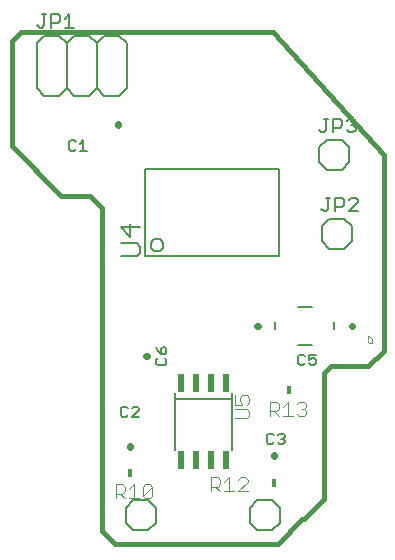
<source format=gto>
G75*
G70*
%OFA0B0*%
%FSLAX24Y24*%
%IPPOS*%
%LPD*%
%AMOC8*
5,1,8,0,0,1.08239X$1,22.5*
%
%ADD10C,0.0160*%
%ADD11C,0.0220*%
%ADD12C,0.0050*%
%ADD13C,0.0060*%
%ADD14C,0.0070*%
%ADD15C,0.0080*%
%ADD16C,0.0040*%
%ADD17R,0.0193X0.0598*%
%ADD18R,0.0180X0.0300*%
%ADD19C,0.0010*%
D10*
X006910Y003949D02*
X006910Y014737D01*
X006516Y015130D01*
X005571Y015130D01*
X003918Y016784D01*
X003918Y020288D01*
X004233Y020603D01*
X012619Y020603D01*
X016319Y016508D01*
X016319Y009973D01*
X015807Y009461D01*
X014548Y009461D01*
X014311Y009225D01*
X014311Y005012D01*
X013642Y004343D01*
X013603Y004343D02*
X012776Y003516D01*
X007343Y003516D01*
X006910Y003949D01*
D11*
X007855Y006772D02*
X007855Y006796D01*
X008394Y009776D02*
X008418Y009776D01*
X012095Y010800D02*
X012119Y010800D01*
X015244Y010800D02*
X015268Y010800D01*
X012658Y006481D02*
X012658Y006457D01*
X007469Y017496D02*
X007469Y017520D01*
D12*
X006305Y016976D02*
X006305Y016625D01*
X006188Y016625D02*
X006422Y016625D01*
X006188Y016859D02*
X006305Y016976D01*
X006053Y016917D02*
X005995Y016976D01*
X005878Y016976D01*
X005820Y016917D01*
X005820Y016684D01*
X005878Y016625D01*
X005995Y016625D01*
X006053Y016684D01*
X005987Y020736D02*
X005686Y020736D01*
X005836Y020736D02*
X005836Y021186D01*
X005686Y021036D01*
X005526Y020961D02*
X005451Y020886D01*
X005226Y020886D01*
X005226Y020736D02*
X005226Y021186D01*
X005451Y021186D01*
X005526Y021111D01*
X005526Y020961D01*
X005066Y021186D02*
X004916Y021186D01*
X004991Y021186D02*
X004991Y020811D01*
X004916Y020736D01*
X004841Y020736D01*
X004766Y020811D01*
X014161Y017328D02*
X014236Y017253D01*
X014311Y017253D01*
X014386Y017328D01*
X014386Y017704D01*
X014311Y017704D02*
X014461Y017704D01*
X014621Y017704D02*
X014846Y017704D01*
X014921Y017629D01*
X014921Y017478D01*
X014846Y017403D01*
X014621Y017403D01*
X014621Y017253D02*
X014621Y017704D01*
X015082Y017629D02*
X015157Y017704D01*
X015307Y017704D01*
X015382Y017629D01*
X015382Y017554D01*
X015307Y017478D01*
X015382Y017403D01*
X015382Y017328D01*
X015307Y017253D01*
X015157Y017253D01*
X015082Y017328D01*
X015232Y017478D02*
X015307Y017478D01*
X015235Y015066D02*
X015160Y014991D01*
X015235Y015066D02*
X015385Y015066D01*
X015461Y014991D01*
X015461Y014916D01*
X015160Y014615D01*
X015461Y014615D01*
X015000Y014841D02*
X014925Y014766D01*
X014700Y014766D01*
X014700Y014615D02*
X014700Y015066D01*
X014925Y015066D01*
X015000Y014991D01*
X015000Y014841D01*
X014540Y015066D02*
X014390Y015066D01*
X014465Y015066D02*
X014465Y014691D01*
X014390Y014615D01*
X014315Y014615D01*
X014239Y014691D01*
X014051Y009834D02*
X013818Y009834D01*
X013818Y009659D01*
X013935Y009717D01*
X013993Y009717D01*
X014051Y009659D01*
X014051Y009542D01*
X013993Y009484D01*
X013876Y009484D01*
X013818Y009542D01*
X013683Y009542D02*
X013625Y009484D01*
X013508Y009484D01*
X013450Y009542D01*
X013450Y009775D01*
X013508Y009834D01*
X013625Y009834D01*
X013683Y009775D01*
X012951Y007207D02*
X013010Y007148D01*
X013010Y007090D01*
X012951Y007032D01*
X013010Y006973D01*
X013010Y006915D01*
X012951Y006856D01*
X012835Y006856D01*
X012776Y006915D01*
X012641Y006915D02*
X012583Y006856D01*
X012466Y006856D01*
X012408Y006915D01*
X012408Y007148D01*
X012466Y007207D01*
X012583Y007207D01*
X012641Y007148D01*
X012776Y007148D02*
X012835Y007207D01*
X012951Y007207D01*
X012951Y007032D02*
X012893Y007032D01*
X009068Y009534D02*
X009068Y009651D01*
X009010Y009710D01*
X009010Y009844D02*
X009068Y009903D01*
X009068Y010019D01*
X009010Y010078D01*
X008952Y010078D01*
X008893Y010019D01*
X008893Y009844D01*
X009010Y009844D01*
X008893Y009844D02*
X008776Y009961D01*
X008718Y010078D01*
X008776Y009710D02*
X008718Y009651D01*
X008718Y009534D01*
X008776Y009476D01*
X009010Y009476D01*
X009068Y009534D01*
X008090Y008108D02*
X007974Y008108D01*
X007915Y008050D01*
X007780Y008050D02*
X007722Y008108D01*
X007605Y008108D01*
X007547Y008050D01*
X007547Y007817D01*
X007605Y007758D01*
X007722Y007758D01*
X007780Y007817D01*
X007915Y007758D02*
X008149Y007992D01*
X008149Y008050D01*
X008090Y008108D01*
X008149Y007758D02*
X007915Y007758D01*
D13*
X007959Y004981D02*
X007709Y004731D01*
X007709Y004231D01*
X007959Y003981D01*
X008459Y003981D01*
X008709Y004231D01*
X008709Y004731D01*
X008459Y004981D01*
X007959Y004981D01*
X011843Y004731D02*
X011843Y004231D01*
X012093Y003981D01*
X012593Y003981D01*
X012843Y004231D01*
X012843Y004731D01*
X012593Y004981D01*
X012093Y004981D01*
X011843Y004731D01*
X012819Y013132D02*
X008369Y013132D01*
X008369Y016032D01*
X012819Y016032D01*
X012819Y013132D01*
X014244Y013620D02*
X014494Y013370D01*
X014994Y013370D01*
X015244Y013620D01*
X015244Y014120D01*
X014994Y014370D01*
X014494Y014370D01*
X014244Y014120D01*
X014244Y013620D01*
X014416Y016008D02*
X014916Y016008D01*
X015166Y016258D01*
X015166Y016758D01*
X014916Y017008D01*
X014416Y017008D01*
X014166Y016758D01*
X014166Y016258D01*
X014416Y016008D01*
X008549Y013492D02*
X008551Y013521D01*
X008557Y013549D01*
X008566Y013576D01*
X008580Y013601D01*
X008596Y013625D01*
X008616Y013645D01*
X008638Y013664D01*
X008662Y013678D01*
X008689Y013690D01*
X008716Y013698D01*
X008745Y013702D01*
X008773Y013702D01*
X008802Y013698D01*
X008829Y013690D01*
X008856Y013678D01*
X008880Y013664D01*
X008902Y013645D01*
X008922Y013625D01*
X008938Y013601D01*
X008952Y013576D01*
X008961Y013549D01*
X008967Y013521D01*
X008969Y013492D01*
X008967Y013463D01*
X008961Y013435D01*
X008952Y013408D01*
X008938Y013383D01*
X008922Y013359D01*
X008902Y013339D01*
X008880Y013320D01*
X008856Y013306D01*
X008829Y013294D01*
X008802Y013286D01*
X008773Y013282D01*
X008745Y013282D01*
X008716Y013286D01*
X008689Y013294D01*
X008662Y013306D01*
X008638Y013320D01*
X008616Y013339D01*
X008596Y013359D01*
X008580Y013383D01*
X008566Y013408D01*
X008557Y013435D01*
X008551Y013463D01*
X008549Y013492D01*
X007491Y018461D02*
X006991Y018461D01*
X006741Y018711D01*
X006741Y020211D01*
X006991Y020461D01*
X007491Y020461D01*
X007741Y020211D01*
X007741Y018711D01*
X007491Y018461D01*
X006741Y018711D02*
X006491Y018461D01*
X005991Y018461D01*
X005741Y018711D01*
X005741Y020211D01*
X005991Y020461D01*
X006491Y020461D01*
X006741Y020211D01*
X005741Y020211D02*
X005491Y020461D01*
X004991Y020461D01*
X004741Y020211D01*
X004741Y018711D01*
X004991Y018461D01*
X005491Y018461D01*
X005741Y018711D01*
D14*
X007548Y014082D02*
X007864Y013767D01*
X007864Y014187D01*
X008179Y014082D02*
X007548Y014082D01*
X007548Y013542D02*
X008074Y013542D01*
X008179Y013437D01*
X008179Y013227D01*
X008074Y013122D01*
X007548Y013122D01*
D15*
X009351Y008567D02*
X009351Y008370D01*
X011241Y008370D01*
X011241Y006654D01*
X011241Y008370D02*
X011241Y008567D01*
X009351Y008370D02*
X009351Y006654D01*
X012697Y010681D02*
X012697Y010918D01*
X013445Y011430D02*
X013918Y011430D01*
X014666Y010918D02*
X014666Y010681D01*
X013918Y010170D02*
X013445Y010170D01*
D16*
X013506Y008254D02*
X013659Y008254D01*
X013736Y008177D01*
X013736Y008101D01*
X013659Y008024D01*
X013736Y007947D01*
X013736Y007870D01*
X013659Y007794D01*
X013506Y007794D01*
X013429Y007870D01*
X013276Y007794D02*
X012969Y007794D01*
X013122Y007794D02*
X013122Y008254D01*
X012969Y008101D01*
X012815Y008177D02*
X012815Y008024D01*
X012739Y007947D01*
X012509Y007947D01*
X012662Y007947D02*
X012815Y007794D01*
X012815Y008177D02*
X012739Y008254D01*
X012509Y008254D01*
X012509Y007794D01*
X011826Y007787D02*
X011826Y007940D01*
X011749Y008017D01*
X011365Y008017D01*
X011365Y008170D02*
X011595Y008170D01*
X011519Y008324D01*
X011519Y008400D01*
X011595Y008477D01*
X011749Y008477D01*
X011826Y008400D01*
X011826Y008247D01*
X011749Y008170D01*
X011826Y007787D02*
X011749Y007710D01*
X011365Y007710D01*
X011365Y008170D02*
X011365Y008477D01*
X013429Y008177D02*
X013506Y008254D01*
X013583Y008024D02*
X013659Y008024D01*
X011698Y005744D02*
X011544Y005744D01*
X011467Y005667D01*
X011698Y005744D02*
X011774Y005667D01*
X011774Y005590D01*
X011467Y005283D01*
X011774Y005283D01*
X011314Y005283D02*
X011007Y005283D01*
X010854Y005283D02*
X010700Y005437D01*
X010777Y005437D02*
X010547Y005437D01*
X010547Y005283D02*
X010547Y005744D01*
X010777Y005744D01*
X010854Y005667D01*
X010854Y005514D01*
X010777Y005437D01*
X011007Y005590D02*
X011161Y005744D01*
X011161Y005283D01*
X008602Y005432D02*
X008602Y005125D01*
X008526Y005048D01*
X008372Y005048D01*
X008296Y005125D01*
X008602Y005432D01*
X008526Y005509D01*
X008372Y005509D01*
X008296Y005432D01*
X008296Y005125D01*
X008142Y005048D02*
X007835Y005048D01*
X007682Y005048D02*
X007528Y005202D01*
X007605Y005202D02*
X007375Y005202D01*
X007375Y005048D02*
X007375Y005509D01*
X007605Y005509D01*
X007682Y005432D01*
X007682Y005279D01*
X007605Y005202D01*
X007835Y005355D02*
X007989Y005509D01*
X007989Y005048D01*
D17*
X009546Y006315D03*
X010046Y006315D03*
X010546Y006315D03*
X011046Y006315D03*
X011046Y008906D03*
X010546Y008906D03*
X010046Y008906D03*
X009546Y008906D03*
D18*
X007855Y005878D03*
X012658Y005563D03*
X013170Y008674D03*
D19*
X015785Y010243D02*
X015810Y010218D01*
X015911Y010218D01*
X015936Y010243D01*
X015936Y010293D01*
X015911Y010318D01*
X015911Y010366D02*
X015936Y010366D01*
X015911Y010366D02*
X015810Y010466D01*
X015785Y010466D01*
X015785Y010366D01*
X015810Y010318D02*
X015785Y010293D01*
X015785Y010243D01*
M02*

</source>
